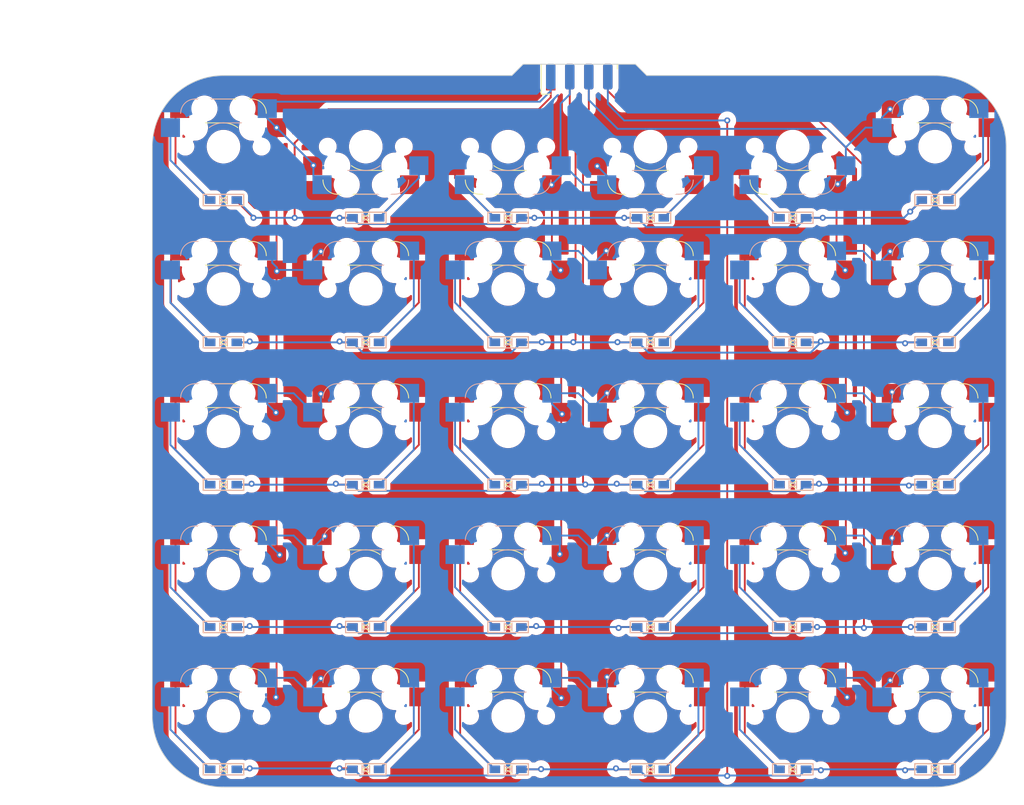
<source format=kicad_pcb>
(kicad_pcb (version 20221018) (generator pcbnew)
  (title_block (title "Pragmatic 60A (Duplex Matrix)") (date "2023-10-05") (rev "2") (company "Pragmatic Inc.") (comment 1 "by James Sa"))
  (layers (0 "F.Cu" signal) (31 "B.Cu" signal) (34 "B.Paste" user) (35 "F.Paste" user) (36 "B.SilkS" user "B.Silkscreen") (37 "F.SilkS" user "F.Silkscreen") (38 "B.Mask" user) (39 "F.Mask" user) (44 "Edge.Cuts" user))
  (net 0 "")
  (net 1 "Row 1")
  (net 2 "Net-(D1-A)")
  (net 3 "Net-(D2-K)")
  (net 4 "Net-(D3-A)")
  (net 5 "Net-(D4-K)")
  (net 6 "Net-(D5-A)")
  (net 7 "Net-(D6-K)")
  (net 8 "Net-(D7-A)")
  (net 9 "Net-(D8-K)")
  (net 10 "Net-(D9-A)")
  (net 11 "Net-(D10-K)")
  (net 12 "Net-(D11-A)")
  (net 13 "Net-(D12-K)")
  (net 14 "Row 2")
  (net 15 "Net-(D13-A)")
  (net 16 "Net-(D14-K)")
  (net 17 "Net-(D15-A)")
  (net 18 "Net-(D16-K)")
  (net 19 "Net-(D17-A)")
  (net 20 "Net-(D18-K)")
  (net 21 "Net-(D19-A)")
  (net 22 "Net-(D20-K)")
  (net 23 "Net-(D21-A)")
  (net 24 "Net-(D22-K)")
  (net 25 "Net-(D23-A)")
  (net 26 "Net-(D24-K)")
  (net 27 "Row 3")
  (net 28 "Net-(D25-A)")
  (net 29 "Net-(D26-K)")
  (net 30 "Net-(D27-A)")
  (net 31 "Net-(D28-K)")
  (net 32 "Net-(D29-A)")
  (net 33 "Net-(D30-K)")
  (net 34 "Net-(D31-A)")
  (net 35 "Net-(D32-K)")
  (net 36 "Net-(D33-A)")
  (net 37 "Net-(D34-K)")
  (net 38 "Net-(D35-A)")
  (net 39 "Net-(D36-K)")
  (net 40 "Row 4")
  (net 41 "Net-(D37-A)")
  (net 42 "Net-(D38-K)")
  (net 43 "Net-(D39-A)")
  (net 44 "Net-(D40-K)")
  (net 45 "Net-(D41-A)")
  (net 46 "Net-(D42-K)")
  (net 47 "Net-(D43-A)")
  (net 48 "Net-(D44-K)")
  (net 49 "Net-(D45-A)")
  (net 50 "Net-(D46-K)")
  (net 51 "Net-(D47-A)")
  (net 52 "Net-(D48-K)")
  (net 53 "Row 5")
  (net 54 "Net-(D49-A)")
  (net 55 "Net-(D50-K)")
  (net 56 "Net-(D51-A)")
  (net 57 "Net-(D52-K)")
  (net 58 "Net-(D53-A)")
  (net 59 "Net-(D54-K)")
  (net 60 "Net-(D55-A)")
  (net 61 "Net-(D56-K)")
  (net 62 "Net-(D57-A)")
  (net 63 "Net-(D58-K)")
  (net 64 "Net-(D59-A)")
  (net 65 "Net-(D60-K)")
  (net 66 "C12")
  (net 67 "C34")
  (net 68 "C56")
  (footprint "Keyboard_JSA:MX_Hotswap Reverse" (layer "F.Cu") (at 47.5 123.5)
    (fp_text reference "SW54" hide)
    (fp_text value "SW_Push_45deg" hide)
  )
  (footprint "Keyboard_JSA:MX_Hotswap" (layer "F.Cu") (at 123.5 104.5)
    (fp_text reference "SW47" hide)
    (fp_text value "SW_Push_45deg" hide)
  )
  (footprint "Keyboard_Foostan:D3_SMD_v2" (layer "F.Cu") (at 142.5 73.625)
    (fp_text reference "D13" hide)
    (fp_text value "1N4448W" hide)
  )
  (footprint "Keyboard_Foostan:D3_SMD_v2" (layer "F.Cu") (at 85.5 92.625)
    (fp_text reference "D28" hide)
    (fp_text value "1N4448W" hide)
  )
  (footprint "Keyboard_JSA:MX_Hotswap Reverse" (layer "F.Cu") (at 104.5 66.5)
    (fp_text reference "SW15" hide)
    (fp_text value "SW_Push_45deg" hide)
  )
  (footprint "Keyboard_JSA:MX_Hotswap" (layer "F.Cu") (at 47.5 104.5)
    (fp_text reference "SW43" hide)
    (fp_text value "SW_Push_45deg" hide)
  )
  (footprint "Keyboard_JSA:MX_Hotswap" (layer "F.Cu") (at 123.5 66.5)
    (fp_text reference "SW23" hide)
    (fp_text value "SW_Push_45deg" hide)
  )
  (footprint "Keyboard_JSA:MX_Hotswap Reverse" (layer "F.Cu") (at 104.5 85.5)
    (fp_text reference "SW27" hide)
    (fp_text value "SW_Push_45deg" hide)
  )
  (footprint "Keyboard_JSA:MX_Hotswap Reverse" (layer "F.Cu") (at 142.5 66.5)
    (fp_text reference "SW13" hide)
    (fp_text value "SW_Push_45deg" hide)
  )
  (footprint "Keyboard_Foostan:D3_SMD_v2" (layer "F.Cu") (at 85.5 57)
    (fp_text reference "D4" hide)
    (fp_text value "1N4448W" hide)
  )
  (footprint "Keyboard_JSA:MX_Hotswap Reverse" (layer "F.Cu") (at 142.5 47.5)
    (fp_text reference "SW1" hide)
    (fp_text value "SW_Push_45deg" hide)
  )
  (footprint "Keyboard_Foostan:D3_SMD_v2" (layer "F.Cu") (at 47.5 130.625)
    (fp_text reference "D54" hide)
    (fp_text value "1N4448W" hide)
  )
  (footprint "Keyboard_JSA:MX_Hotswap Reverse" (layer "F.Cu") (at 47.5 47.5)
    (fp_text reference "SW6" hide)
    (fp_text value "SW_Push_45deg" hide)
  )
  (footprint "Keyboard_Foostan:D3_SMD_v2" (layer "F.Cu") (at 47.5 92.625)
    (fp_text reference "D30" hide)
    (fp_text value "1N4448W" hide)
  )
  (footprint "Keyboard_Foostan:D3_SMD_v2" (layer "F.Cu") (at 142.5 111.625)
    (fp_text reference "D37" hide)
    (fp_text value "1N4448W" hide)
  )
  (footprint "Keyboard_JSA:MX_Hotswap" (layer "F.Cu") (at 142.5 66.5)
    (fp_text reference "SW24" hide)
    (fp_text value "SW_Push_45deg" hide)
  )
  (footprint "Keyboard_JSA:MX_Hotswap" (layer "F.Cu") (at 85.5 47.5 180)
    (fp_text reference "SW9" hide)
    (fp_text value "SW_Push_45deg" hide)
  )
  (footprint "Keyboard_JSA:MX_Hotswap" (layer "F.Cu") (at 104.5 47.5 180)
    (fp_text reference "SW10" hide)
    (fp_text value "SW_Push_45deg" hide)
  )
  (footprint "Keyboard_JSA:MX_Hotswap Reverse" (layer "F.Cu") (at 85.5 123.5)
    (fp_text reference "SW52" hide)
    (fp_text value "SW_Push_45deg" hide)
  )
  (footprint "Keyboard_JSA:MX_Hotswap Reverse" (layer "F.Cu") (at 66.5 85.5)
    (fp_text reference "SW29" hide)
    (fp_text value "SW_Push_45deg" hide)
  )
  (footprint "Keyboard_JSA:MX_Hotswap" (layer "F.Cu") (at 142.5 123.5)
    (fp_text reference "SW60" hide)
    (fp_text value "SW_Push_45deg" hide)
  )
  (footprint "Keyboard_Foostan:D3_SMD_v2" (layer "F.Cu") (at 142.5 92.625)
    (fp_text reference "D25" hide)
    (fp_text value "1N4448W" hide)
  )
  (footprint "Keyboard_JSA:MX_Hotswap" (layer "F.Cu") (at 85.5 85.5)
    (fp_text reference "SW33" hide)
    (fp_text value "SW_Push_45deg" hide)
  )
  (footprint "Keyboard_Foostan:D3_SMD_v2" (layer "F.Cu") (at 66.5 130.625)
    (fp_text reference "D53" hide)
    (fp_text value "1N4448W" hide)
  )
  (footprint "Keyboard_Foostan:D3_SMD_v2" (layer "F.Cu") (at 123.5 57)
    (fp_text reference "D2" hide)
    (fp_text value "1N4448W" hide)
  )
  (footprint "Keyboard_JSA:MX_Hotswap" (layer "F.Cu") (at 104.5 66.5)
    (fp_text reference "SW22" hide)
    (fp_text value "SW_Push_45deg" hide)
  )
  (footprint "Keyboard_JSA:MX_Hotswap Reverse" (layer "F.Cu") (at 66.5 66.5)
    (fp_text reference "SW17" hide)
    (fp_text value "SW_Push_45deg" hide)
  )
  (footprint "Keyboard_JSA:MX_Hotswap" (layer "F.Cu") (at 85.5 123.5)
    (fp_text reference "SW57" hide)
    (fp_text value "SW_Push_45deg" hide)
  )
  (footprint "Keyboard_Foostan:D3_SMD_v2" (layer "F.Cu") (at 123.5 130.625)
    (fp_text reference "D50" hide)
    (fp_text value "1N4448W" hide)
  )
  (footprint "Keyboard_JSA:MX_Hotswap" (layer "F.Cu") (at 47.5 123.5)
    (fp_text reference "SW55" hide)
    (fp_text value "SW_Push_45deg" hide)
  )
  (footprint "Keyboard_JSA:MX_Hotswap Reverse" (layer "F.Cu") (at 66.5 104.5)
    (fp_text reference "SW41" hide)
    (fp_text value "SW_Push_45deg" hide)
  )
  (footprint "Keyboard_JSA:MX_Hotswap Reverse" (layer "F.Cu") (at 85.5 85.5)
    (fp_text reference "SW28" hide)
    (fp_text value "SW_Push_45deg" hide)
  )
  (footprint "Keyboard_JSA:MX_Hotswap Reverse" (layer "F.Cu") (at 104.5 123.5)
    (fp_text reference "SW51" hide)
    (fp_text value "SW_Push_45deg" hide)
  )
  (footprint "Keyboard_JSA:MX_Hotswap" (layer "F.Cu") (at 123.5 47.5 180)
    (fp_text reference "SW11" hide)
    (fp_text value "SW_Push_45deg" hide)
  )
  (footprint "Keyboard_Foostan:D3_SMD_v2" (layer "F.Cu") (at 123.5 92.625)
    (fp_text reference "D26" hide)
    (fp_text value "1N4448W" hide)
  )
  (footprint "Keyboard_JSA:MX_Hotswap Reverse" (layer "F.Cu") (at 123.5 104.5)
    (fp_text reference "SW38" hide)
    (fp_text value "SW_Push_45deg" hide)
  )
  (footprint "Keyboard_JSA:MX_Hotswap" (layer "F.Cu") (at 85.5 66.5)
    (fp_text reference "SW21" hide)
    (fp_text value "SW_Push_45deg" hide)
  )
  (footprint "Keyboard_Foostan:D3_SMD_v2" (layer "F.Cu") (at 142.5 130.625)
    (fp_text reference "D49" hide)
    (fp_text value "1N4448W" hide)
  )
  (footprint "Keyboard_JSA:MX_Hotswap" (layer "F.Cu") (at 85.5 104.5)
    (fp_text reference "SW45" hide)
    (fp_text value "SW_Push_45deg" hide)
  )
  (footprint "Keyboard_JSA:MX_Hotswap" (layer "F.Cu") (at 47.5 66.5)
    (fp_text reference "SW19" hide)
    (fp_text value "SW_Push_45deg" hide)
  )
  (footprint "Keyboard_JSA:MX_Hotswap" (layer "F.Cu") (at 142.5 85.5)
    (fp_text reference "SW36" hide)
    (fp_text value "SW_Push_45deg" hide)
  )
  (footprint "Keyboard_JSA:MX_Hotswap Reverse" (layer "F.Cu") (at 123.5 123.5)
    (fp_text reference "SW50" hide)
    (fp_text value "SW_Push_45deg" hide)
  )
  (footprint "Keyboard_JSA:MX_Hotswap Reverse" (layer "F.Cu") (at 123.5 47.5 180)
    (fp_text reference "SW2" hide)
    (fp_text value "SW_Push_45deg" hide)
  )
  (footprint "Keyboard_JSA:MX_Hotswap" (layer "F.Cu") (at 66.5 66.5)
    (fp_text reference "SW20" hide)
    (fp_text value "SW_Push_45deg" hide)
  )
  (footprint "Keyboard_Foostan:D3_SMD_v2" (layer "F.Cu") (at 47.5 73.625)
    (fp_text reference "D18" hide)
    (fp_text value "1N4448W" hide)
  )
  (footprint "Keyboard_Foostan:D3_SMD_v2" (layer "F.Cu") (at 104.5 57)
    (fp_text reference "D3" hide)
    (fp_text value "1N4448W" hide)
  )
  (footprint "Keyboard_JSA:MX_Hotswap" (layer "F.Cu") (at 104.5 85.5)
    (fp_text reference "SW34" hide)
    (fp_text value "SW_Push_45deg" hide)
  )
  (footprint "Keyboard_JSA:MX_Hotswap" (layer "F.Cu") (at 66.5 104.5)
    (fp_text reference "SW44" hide)
    (fp_text value "SW_Push_45deg" hide)
  )
  (footprint "Keyboard_JSA:MX_Hotswap" (layer "F.Cu") (at 142.5 104.5)
    (fp_text reference "SW48" hide)
    (fp_text value "SW_Push_45deg" hide)
  )
  (footprint "Keyboard_JSA:MX_Hotswap Reverse" (layer "F.Cu") (at 47.5 104.5)
    (fp_text reference "SW42" hide)
    (fp_text value "SW_Push_45deg" hide)
  )
  (footprint "Keyboard_JSA:MX_Hotswap" (layer "F.Cu") (at 104.5 104.5)
    (fp_text reference "SW46" hide)
    (fp_text value "SW_Push_45deg" hide)
  )
  (footprint "Keyboard_Foostan:D3_SMD_v2" (layer "F.Cu") (at 123.5 73.625)
    (fp_text reference "D14" hide)
    (fp_text value "1N4448W" hide)
  )
  (footprint "Keyboard_Foostan:D3_SMD_v2" (layer "F.Cu") (at 47.5 54.625)
    (fp_text reference "D6" hide)
    (fp_text value "1N4448W" hide)
  )
  (footprint "Keyboard_Foostan:D3_SMD_v2" (layer "F.Cu") (at 104.5 73.625)
    (fp_text reference "D15" hide)
    (fp_text value "1N4448W" hide)
  )
  (footprint "Keyboard_Foostan:D3_SMD_v2" (layer "F.Cu") (at 47.5 111.625)
    (fp_text reference "D42" hide)
    (fp_text value "1N4448W" hide)
  )
  (footprint "Keyboard_JSA:MX_Hotswap Reverse" (layer "F.Cu") (at 85.5 66.5)
    (fp_text reference "SW16" hide)
    (fp_text value "SW_Push_45deg" hide)
  )
  (footprint "Keyboard_Foostan:D3_SMD_v2" (layer "F.Cu") (at 123.5 111.625)
    (fp_text reference "D38" hide)
    (fp_text value "1N4448W" hide)
  )
  (footprint "Keyboard_JSA:matrix_connector" (layer "F.Cu") (at 95 36.5 -90)
    (fp_text reference "J1" hide)
    (fp_text value "Conn_02x04_Odd_Even")
    (fp_line (start 0 -7.5) (end 0 7.5) (stroke (width 0.12)) (layer "Edge.Cuts"))
  )
  (footprint "Keyboard_JSA:MX_Hotswap Reverse" (layer "F.Cu") (at 104.5 104.5)
    (fp_text reference "SW39" hide)
    (fp_text value "SW_Push_45deg" hide)
  )
  (footprint "Keyboard_Foostan:D3_SMD_v2" (layer "F.Cu") (at 66.5 111.625)
    (fp_text reference "D41" hide)
    (fp_text value "1N4448W" hide)
  )
  (footprint "Keyboard_JSA:MX_Hotswap" (layer "F.Cu") (at 66.5 47.5 180)
    (fp_text reference "SW8" hide)
    (fp_text value "SW_Push_45deg" hide)
  )
  (footprint "Keyboard_JSA:MX_Hotswap Reverse" (layer "F.Cu") (at 66.5 47.5 180)
    (fp_text reference "SW5" hide)
    (fp_text value "SW_Push_45deg" hide)
  )
  (footprint "Keyboard_Foostan:D3_SMD_v2" (layer "F.Cu") (at 66.5 57)
    (fp_text reference "D5" hide)
    (fp_text value "1N4448W" hide)
  )
  (footprint "Keyboard_JSA:MX_Hotswap" (layer "F.Cu") (at 66.5 85.5)
    (fp_text reference "SW32" hide)
    (fp_text value "SW_Push_45deg" hide)
  )
  (footprint "Keyboard_Foostan:D3_SMD_v2" (layer "F.Cu") (at 66.5 73.625)
    (fp_text reference "D17" hide)
    (fp_text value "1N4448W" hide)
  )
  (footprint "Keyboard_JSA:MX_Hotswap Reverse" (layer "F.Cu") (at 47.5 66.5)
    (fp_text reference "SW18" hide)
    (fp_text value "SW_Push_45deg" hide)
  )
  (footprint "Keyboard_JSA:MX_Hotswap Reverse" (layer "F.Cu") (at 123.5 85.5)
    (fp_text reference "SW26" hide)
    (fp_text value "SW_Push_45deg" hide)
  )
  (footprint "Keyboard_JSA:MX_Hotswap Reverse" (layer "F.Cu") (at 66.5 123.5)
    (fp_text reference "SW53" hide)
    (fp_text value "SW_Push_45deg" hide)
  )
  (footprint "Keyboard_JSA:MX_Hotswap Reverse" (layer "F.Cu") (at 85.5 47.5 180)
    (fp_text reference "SW4" hide)
    (fp_text value "SW_Push_45deg" hide)
  )
  (footprint "Keyboard_Foostan:D3_SMD_v2" (layer "F.Cu") (at 85.5 130.625)
    (fp_text reference "D52" hide)
    (fp_text value "1N4448W" hide)
  )
  (footprint "Keyboard_Foostan:D3_SMD_v2" (layer "F.Cu") (at 104.5 130.625)
    (fp_text reference "D51" hide)
    (fp_text value "1N4448W" hide)
  )
  (footprint "Keyboard_JSA:MX_Hotswap Reverse" (layer "F.Cu") (at 123.5 66.5)
    (fp_text reference "SW14" hide)
    (fp_text value "SW_Push_45deg" hide)
  )
  (footprint "Keyboard_Foostan:D3_SMD_v2" (layer "F.Cu") (at 85.5 111.625)
    (fp_text reference "D40" hide)
    (fp_text value "1N4448W" hide)
  )
  (footprint "Keyboard_JSA:MX_Hotswap Reverse" (layer "F.Cu") (at 142.5 104.5)
    (fp_text reference "SW37" hide)
    (fp_text value "SW_Push_45deg" hide)
  )
  (footprint "Keyboard_Foostan:D3_SMD_v2" (layer "F.Cu") (at 66.5 92.625)
    (fp_text reference "D29" hide)
    (fp_text value "1N4448W" hide)
  )
  (footprint "Keyboard_JSA:MX_Hotswap" (layer "F.Cu") (at 142.5 47.5)
    (fp_text reference "SW12" hide)
    (fp_text value "SW_Push_45deg" hide)
  )
  (footprint "Keyboard_JSA:MX_Hotswap Reverse" (layer "F.Cu") (at 142.5 123.5)
    (fp_text reference "SW49" hide)
    (fp_text value "SW_Push_45deg" hide)
  )
  (footprint "Keyboard_JSA:MX_Hotswap" (layer "F.Cu") (at 47.5 85.5)
    (fp_text reference "SW31" hide)
    (fp_text value "SW_Push_45deg" hide)
  )
  (footprint "Keyboard_Foostan:D3_SMD_v2" (layer "F.Cu") (at 104.5 111.625)
    (fp_text reference "D39" hide)
    (fp_text value "1N4448W" hide)
  )
  (footprint "Keyboard_JSA:MX_Hotswap Reverse" (layer "F.Cu") (at 142.5 85.5)
    (fp_text reference "SW25" hide)
    (fp_text value "SW_Push_45deg" hide)
  )
  (footprint "Keyboard_JSA:MX_Hotswap" (layer "F.Cu") (at 123.5 85.5)
    (fp_text reference "SW35" hide)
    (fp_text value "SW_Push_45deg" hide)
  )
  (footprint "Keyboard_JSA:MX_Hotswap Reverse" (layer "F.Cu") (at 47.5 85.5)
    (fp_text reference "SW30" hide)
    (fp_text value "SW_Push_45deg" hide)
  )
  (footprint "Keyboard_Foostan:D3_SMD_v2" (layer "F.Cu") (at 104.5 92.625)
    (fp_text reference "D27" hide)
    (fp_text value "1N4448W" hide)
  )
  (footprint "Keyboard_JSA:MX_Hotswap" (layer "F.Cu") (at 104.5 123.5)
    (fp_text reference "SW58" hide)
    (fp_text value "SW_Push_45deg" hide)
  )
  (footprint "Keyboard_JSA:MX_Hotswap" (layer "F.Cu") (at 66.5 123.5)
    (fp_text reference "SW56" hide)
    (fp_text value "SW_Push_45deg" hide)
  )
  (footprint "Keyboard_JSA:MX_Hotswap" (layer "F.Cu") (at 47.5 47.5)
    (fp_text reference "SW7" hide)
    (fp_text value "SW_Push_45deg" hide)
  )
  (footprint "Keyboard_JSA:MX_Hotswap Reverse" (layer "F.Cu") (at 104.5 47.5 180)
    (fp_text reference "SW3" hide)
    (fp_text value "SW_Push_45deg" hide)
  )
  (footprint "Keyboard_JSA:MX_Hotswap Reverse" (layer "F.Cu") (at 85.5 104.5)
    (fp_text reference "SW40" hide)
    (fp_text value "SW_Push_45deg" hide)
  )
  (footprint "Keyboard_Foostan:D3_SMD_v2" (layer "F.Cu") (at 85.5 73.625)
    (fp_text reference "D16" hide)
    (fp_text value "1N4448W" hide)
  )
  (footprint "Keyboard_Foostan:D3_SMD_v2" (layer "F.Cu") (at 142.5 54.625)
    (fp_text reference "D1" hide)
    (fp_text value "1N4448W" hide)
  )
  (footprint "Keyboard_JSA:MX_Hotswap" (layer "F.Cu") (at 123.5 123.5)
    (fp_text reference "SW59" hide)
    (fp_text value "SW_Push_45deg" hide)
  )
  (footprint "Keyboard_Foostan:D3_SMD_v2" (layer "B.Cu") (at 66.5 73.625 180)
    (fp_text reference "D20" hide)
    (fp_text value "1N4448W" hide)
  )
  (footprint "Keyboard_Foostan:D3_SMD_v2" (layer "B.Cu") (at 47.5 54.625 180)
    (fp_text reference "D7" hide)
    (fp_text value "1N4448W" hide)
  )
  (footprint "Keyboard_Foostan:D3_SMD_v2" (layer "B.Cu") (at 66.5 57 180)
    (fp_text reference "D8" hide)
    (fp_text value "1N4448W" hide)
  )
  (footprint "Keyboard_Foostan:D3_SMD_v2" (layer "B.Cu") (at 123.5 92.625 180)
    (fp_text reference "D35" hide)
    (fp_text value "1N4448W" hide)
  )
  (footprint "Keyboard_Foostan:D3_SMD_v2" (layer "B.Cu") (at 66.5 92.625 180)
    (fp_text reference "D32" hide)
    (fp_text value "1N4448W" hide)
  )
  (footprint "Keyboard_Foostan:D3_SMD_v2" (layer "B.Cu") (at 104.5 57 180)
    (fp_text reference "D10" hide)
    (fp_text value "1N4448W" hide)
  )
  (footprint "Keyboard_Foostan:D3_SMD_v2" (layer "B.Cu") (at 123.5 57 180)
    (fp_text reference "D11" hide)
    (fp_text value "1N4448W" hide)
  )
  (footprint "Keyboard_Foostan:D3_SMD_v2" (layer "B.Cu") (at 123.5 130.625 180)
    (fp_text reference "D59" hide)
    (fp_text value "1N4448W" hide)
  )
  (footprint "Keyboard_Foostan:D3_SMD_v2" (layer "B.Cu") (at 85.5 111.625 180)
    (fp_text reference "D45" hide)
    (fp_text value "1N4448W" hide)
  )
  (footprint "Keyboard_Foostan:D3_SMD_v2" (layer "B.Cu") (at 142.5 111.625 180)
    (fp_text reference "D48" hide)
    (fp_text value "1N4448W" hide)
  )
  (footprint "Keyboard_Foostan:D3_SMD_v2" (layer "B.Cu") (at 142.5 92.625 180)
    (fp_text reference "D36" hide)
    (fp_text value "1N4448W" hide)
  )
  (footprint "Keyboard_Foostan:D3_SMD_v2" (layer "B.Cu") (at 47.5 111.625 180)
    (fp_text reference "D43" hide)
    (fp_text value "1N4448W" hide)
  )
  (footprint "Keyboard_Foostan:D3_SMD_v2" (layer "B.Cu") (at 142.5 54.625 180)
    (fp_text reference "D12" hide)
    (fp_text value "1N4448W" hide)
  )
  (footprint "Keyboard_Foostan:D3_SMD_v2" (layer "B.Cu") (at 85.5 57 180)
    (fp_text reference "D9" hide)
    (fp_text value "1N4448W" hide)
  )
  (footprint "Keyboard_Foostan:D3_SMD_v2" (layer "B.Cu") (at 47.5 73.625 180)
    (fp_text reference "D19" hide)
    (fp_text value "1N4448W" hide)
  )
  (footprint "Keyboard_Foostan:D3_SMD_v2" (layer "B.Cu") (at 66.5 130.625 180)
    (fp_text reference "D56" hide)
    (fp_text value "1N4448W" hide)
  )
  (footprint "Keyboard_Foostan:D3_SMD_v2" (layer "B.Cu") (at 85.5 73.625 180)
    (fp_text reference "D21" hide)
    (fp_text value "1N4448W" hide)
  )
  (footprint "Keyboard_Foostan:D3_SMD_v2" (layer "B.Cu") (at 47.5 130.625 180)
    (fp_text reference "D55" hide)
    (fp_text value "1N4448W" hide)
  )
  (footprint "Keyboard_Foostan:D3_SMD_v2" (layer "B.Cu") (at 104.5 92.625 180)
    (fp_text reference "D34" hide)
    (fp_text value "1N4448W" hide)
  )
  (footprint "Keyboard_Foostan:D3_SMD_v2" (layer "B.Cu") (at 104.5 111.625 180)
    (fp_text reference "D46" hide)
    (fp_text value "1N4448W" hide)
  )
  (footprint "Keyboard_Foostan:D3_SMD_v2" (layer "B.Cu") (at 47.5 92.625 180)
    (fp_text reference "D31" hide)
    (fp_text value "1N4448W" hide)
  )
  (footprint "Keyboard_Foostan:D3_SMD_v2" (layer "B.Cu") (at 123.5 111.625 180)
    (fp_text reference "D47" hide)
    (fp_text value "1N4448W" hide)
  )
  (footprint "Keyboard_Foostan:D3_SMD_v2" (layer "B.Cu") (at 104.5 130.625 180)
    (fp_text reference "D58" hide)
    (fp_text value "1N4448W" hide)
  )
  (footprint "Keyboard_Foostan:D3_SMD_v2" (layer "B.Cu") (at 85.5 130.625 180)
    (fp_text reference "D57" hide)
    (fp_text value "1N4448W" hide)
  )
  (footprint "Keyboard_Foostan:D3_SMD_v2" (layer "B.Cu") (at 142.5 73.625 180)
    (fp_text reference "D24" hide)
    (fp_text value "1N4448W" hide)
  )
  (footprint "Keyboard_Foostan:D3_SMD_v2" (layer "B.Cu") (at 85.5 92.625 180)
    (fp_text reference "D33" hide)
    (fp_text value "1N4448W" hide)
  )
  (footprint "Keyboard_Foostan:D3_SMD_v2" (layer "B.Cu") (at 66.5 111.625 180)
    (fp_text reference "D44" hide)
    (fp_text value "1N4448W" hide)
  )
  (footprint "Keyboard_Foostan:D3_SMD_v2" (layer "B.Cu") (at 104.5 73.625 180)
    (fp_text reference "D22" hide)
    (fp_text value "1N4448W" hide)
  )
  (footprint "Keyboard_Foostan:D3_SMD_v2" (layer "B.Cu") (at 123.5 73.625 180)
    (fp_text reference "D23" hide)
    (fp_text value "1N4448W" hide)
  )
  (footprint "Keyboard_Foostan:D3_SMD_v2" (layer "B.Cu") (at 142.5 130.625 180)
    (fp_text reference "D60" hide)
    (fp_text value "1N4448W" hide)
  )
  (gr_line (start 38 47.5) (end 38 123.5) (stroke (width 0.1)) (layer "Edge.Cuts"))
  (gr_arc (start 152 123.5) (mid 149.217514 130.217514) (end 142.5 133) (stroke (width 0.1)) (layer "Edge.Cuts"))
  (gr_line (start 87.5 36.5) (end 86 38) (stroke (width 0.1)) (layer "Edge.Cuts"))
  (gr_line (start 152 123.5) (end 152 47.5) (stroke (width 0.1)) (layer "Edge.Cuts"))
  (gr_line (start 47.5 38) (end 86 38) (stroke (width 0.1)) (layer "Edge.Cuts"))
  (gr_line (start 104 38) (end 142.5 38) (stroke (width 0.1)) (layer "Edge.Cuts"))
  (gr_arc (start 142.5 38) (mid 149.217514 40.782486) (end 152 47.5) (stroke (width 0.1)) (layer "Edge.Cuts"))
  (gr_line (start 47.5 133) (end 142.5 133) (stroke (width 0.1)) (layer "Edge.Cuts"))
  (gr_arc (start 47.5 133) (mid 40.782486 130.217514) (end 38 123.5) (stroke (width 0.1)) (layer "Edge.Cuts"))
  (gr_arc (start 38 47.5) (mid 40.782486 40.782486) (end 47.5 38) (stroke (width 0.1)) (layer "Edge.Cuts"))
  (gr_line (start 102.5 36.5) (end 104 38) (stroke (width 0.1)) (layer "Edge.Cuts"))
  (segment (start 125.275 57) (end 127.5 57) (width 0.25) (layer "F.Cu") (net 1))
  (segment (start 49.275 54.775) (end 51.5 57) (width 0.25) (layer "F.Cu") (net 1))
  (segment (start 89.6 42.5) (end 91.19 40.91) (width 0.25) (layer "F.Cu") (net 1))
  (segment (start 140.725 54.625) (end 139.175 56.175) (width 0.25) (layer "F.Cu") (net 1))
  (segment (start 91.19 40.91) (end 91.19 37.403) (width 0.25) (layer "F.Cu") (net 1))
  (segment (start 61.5 42.5) (end 89.6 42.5) (width 0.25) (layer "F.Cu") (net 1))
  (segment (start 57 47) (end 61.5 42.5) (width 0.25) (layer "F.Cu") (net 1))
  (segment (start 87.275 57) (end 89 57) (width 0.25) (layer "F.Cu") (net 1))
  (segment (start 102.725 57) (end 101 57) (width 0.25) (layer "F.Cu") (net 1))
  (segment (start 49.275 54.625) (end 49.275 54.775) (width 0.25) (layer "F.Cu") (net 1))
  (segment (start 64.725 57) (end 63 57) (width 0.25) (layer "F.Cu") (net 1))
  (segment (start 57 57) (end 57 47) (width 0.25) (layer "F.Cu") (net 1))
  (via (at 139.175 56.175) (size 0.8) (drill 0.4) (layers "F.Cu" "B.Cu") (net 1))
  (via (at 57 57) (size 0.8) (drill 0.4) (layers "F.Cu" "B.Cu") (net 1))
  (via (at 51.5 57) (size 0.8) (drill 0.4) (layers "F.Cu" "B.Cu") (net 1))
  (via (at 127.5 57) (size 0.8) (drill 0.4) (layers "F.Cu" "B.Cu") (net 1))
  (via (at 63 57) (size 0.8) (drill 0.4) (layers "F.Cu" "B.Cu") (net 1))
  (via (at 89 57) (size 0.8) (drill 0.4) (layers "F.Cu" "B.Cu") (net 1))
  (via (at 101 57) (size 0.8) (drill 0.4) (layers "F.Cu" "B.Cu") (net 1))
  (segment (start 102.725 57) (end 103.975 58.25) (width 0.25) (layer "B.Cu") (net 1))
  (segment (start 64.725 57) (end 65.55 57.825) (width 0.25) (layer "B.Cu") (net 1))
  (segment (start 86.45 57.825) (end 87.275 57) (width 0.25) (layer "B.Cu") (net 1))
  (segment (start 125.275 57) (end 138.35 57) (width 0.25) (layer "B.Cu") (net 1))
  (segment (start 103.975 58.25) (end 124.025 58.25) (width 0.25) (layer "B.Cu") (net 1))
  (segment (start 51.65 57) (end 64.725 57) (width 0.25) (layer "B.Cu") (net 1))
  (segment (start 87.275 57) (end 102.725 57) (width 0.25) (layer "B.Cu") (net 1))
  (segment (start 138.35 57) (end 139.175 56.175) (width 0.25) (layer "B.Cu") (net 1))
  (segment (start 49.275 54.625) (end 51.65 57) (width 0.25) (layer "B.Cu") (net 1))
  (segment (start 140.725 54.625) (end 139.175 56.175) (width 0.25) (layer "B.Cu") (net 1))
  (segment (start 65.55 57.825) (end 86.45 57.825) (width 0.25) (layer "B.Cu") (net 1))
  (segment (start 124.025 58.25) (end 125.275 57) (width 0.25) (layer "B.Cu") (net 1))
  (segment (start 149.585 44.96) (end 149.585 49.315) (width 0.25) (layer "F.Cu") (net 2))
  (segment (start 149.585 49.315) (end 144.275 54.625) (width 0.25) (layer "F.Cu") (net 2))
  (segment (start 116.415 50.04) (end 116.415 51.69) (width 0.25) (layer "F.Cu") (net 3))
  (segment (start 116.415 51.69) (end 121.725 57) (width 0.25) (layer "F.Cu") (net 3))
  (segment (start 110.342 52.58) (end 110.342 52.933) (width 0.25) (layer "F.Cu") (net 4))
  (segment (start 110.342 52.933) (end 106.275 57) (width 0.25) (layer "F.Cu") (net 4))
  (segment (start 78.415 51.69) (end 83.725 57) (width 0.25) (layer "F.Cu") (net 5))
  (segment (start 78.415 50.04) (end 78.415 51.69) (width 0.25) (layer "F.Cu") (net 5))
  (segment (start 72.342 52.933) (end 68.275 57) (width 0.25) (layer "F.Cu") (net 6))
  (segment (start 72.342 52.58) (end 72.342 52.933) (width 0.25) (layer "F.Cu") (net 6))
  (segment (start 41.658 42.42) (end 41.095 42.983) (width 0.25) (layer "F.Cu") (net 7))
  (segment (start 41.095 49.995) (end 45.725 54.625) (width 0.25) (layer "F.Cu") (net 7))
  (segment (start 41.095 42.983) (end 41.095 49.995) (width 0.25) (layer "F.Cu") (net 7))
  (segment (start 40.415 44.96) (end 40.415 49.315) (width 0.25) (layer "B.Cu") (net 8))
  (segment (start 40.415 49.315) (end 45.725 54.625) (width 0.25) (layer "B.Cu") (net 8))
  (segment (start 73.585 50.04) (end 73.585 51.69) (width 0.25) (layer "B.Cu") (net 9))
  (segment (start 73.585 51.69) (end 68.275 57) (width 0.25) (layer "B.Cu") (net 9))
  (segment (start 79.658 52.933) (end 83.725 57) (width 0.25) (layer "B.Cu") (net 10))
  (segment (start 79.658 52.58) (end 79.658 52.933) (width 0.25) (layer "B.Cu") (net 10))
  (segment (start 111.585 51.69) (end 106.275 57) (width 0.25) (layer "B.Cu") (net 11))
  (segment (start 111.585 50.04) (end 111.585 51.69) (width 0.25) (layer "B.Cu") (net 11))
  (segment (start 117.658 52.933) (end 121.725 57) (width 0.25) (layer "B.Cu") (net 12))
  (segment (start 117.658 52.58) (end 117.658 52.933) (width 0.25) (layer "B.Cu") (net 12))
  (segment (start 148.342 42.42) (end 148.905 42.983) (width 0.25) (layer "B.Cu") (net 13))
  (segment (start 148.905 49.995) (end 144.275 54.625) (width 0.25) (layer "B.Cu") (net 13))
  (segment (start 148.905 42.983) (end 148.905 49.995) (width 0.25) (layer "B.Cu") (net 13))
  (segment (start 102.725 73.625) (end 100.125 73.625) (width 0.25) (layer "F.Cu") (net 14))
  (segment (start 93.73 37.276) (end 93.73 42.48) (width 0.25) (layer "F.Cu") (net 14))
  (segment (start 87.275 73.625) (end 89.975 73.625) (width 0.25) (layer "F.Cu") (net 14))
  (segment (start 63.125 73.625) (end 63 73.5) (width 0.25) (layer "F.Cu") (net 14))
  (segment (start 140.725 73.625) (end 138.625 73.625) (width 0.25) (layer "F.Cu") (net 14))
  (segment (start 125.275 73.625) (end 127.125 73.625) (width 0.25) (layer "F.Cu") (net 14))
  (segment (start 93.73 42.48) (end 94.5 43.25) (width 0.25) (layer "F.Cu") (net 14))
  (segment (start 64.725 73.625) (end 63.125 73.625) (width 0.25) (layer "F.Cu") (net 14))
  (segment (start 100.125 73.625) (end 100.1 73.6) (width 0.25) (layer "F.Cu") (net 14))
  (segment (start 50.875 73.625) (end 51 73.5) (width 0.25) (layer "F.Cu") (net 14))
  (segment (start 127.125 73.625) (end 127.25 73.5) (width 0.25) (layer "F.Cu") (net 14))
  (segment (start 94.5 73.3) (end 94.2 73.6) (width 0.25) (layer "F.Cu") (net 14))
  (segment (start 138.625 73.625) (end 138.5 73.75) (width 0.25) (layer "F.Cu") (net 14))
  (segment (start 89.975 73.625) (end 90 73.6) (width 0.25) (layer "F.Cu") (net 14))
  (segment (start 49.275 73.625) (end 50.875 73.625) (width 0.25) (layer "F.Cu") (net 14))
  (segment (start 94.5 43.25) (end 94.5 73.3) (width 0.25) (layer "F.Cu") (net 14))
  (via (at 63 73.5) (size 0.8) (drill 0.4) (layers "F.Cu" "B.Cu") (net 14))
  (via (at 94.2 73.6) (size 0.8) (drill 0.4) (layers "F.Cu" "B.Cu") (net 14))
  (via (at 127.25 73.5) (size 0.8) (drill 0.4) (layers "F.Cu" "B.Cu") (net 14))
  (via (at 138.5 73.75) (size 0.8) (drill 0.4) (layers "F.Cu" "B.Cu") (net 14))
  (via (at 90 73.6) (size 0.8) (drill 0.4) (layers "F.Cu" "B.Cu") (net 14))
  (via (at 100.1 73.6) (size 0.8) (drill 0.4) (layers "F.Cu" "B.Cu") (net 14))
  (via (at 51 73.5) (size 0.8) (drill 0.4) (layers "F.Cu" "B.Cu") (net 14))
  (segment (start 102.75 73.5) (end 104.25 75) (width 0.25) (layer "B.Cu") (net 14))
  (segment (start 85.9 75) (end 87.275 73.625) (width 0.25) (layer "B.Cu") (net 14))
  (segment (start 102.725 73.5) (end 102.75 73.5) (width 0.25) (layer "B.Cu") (net 14))
  (segment (start 66.1 75) (end 85.9 75) (width 0.25) (layer "B.Cu") (net 14))
  (segment (start 125.275 73.625) (end 140.725 73.625) (width 0.25) (layer "B.Cu") (net 14))
  (segment (start 64.725 73.625) (end 66.1 75) (width 0.25) (layer "B.Cu") (net 14))
  (segment (start 49.275 73.625) (end 64.725 73.625) (width 0.25) (layer "B.Cu") (net 14))
  (segment (start 104.25 75) (end 125.875 75) (width 0.25) (layer "B.Cu") (net 14))
  (segment (start 87.275 73.625) (end 102.725 73.625) (width 0.25) (layer "B.Cu") (net 14))
  (segment (start 125.875 75) (end 127.25 73.625) (width 0.25) (layer "B.Cu") (net 14))
  (segment (start 149.585 63.96) (end 149.585 68.315) (width 0.25) (layer "F.Cu") (net 15))
  (segment (start 149.585 68.315) (end 144.275 73.625) (width 0.25) (layer "F.Cu") (net 15))
  (segment (start 117.095 68.995) (end 121.725 73.625) (width 0.25) (layer "F.Cu") (net 16))
  (segment (start 117.658 61.42) (end 117.095 61.983) (width 0.25) (layer "F.Cu") (net 16))
  (segment (start 117.095 61.983) (end 117.095 68.995) (width 0.25) (layer "F.Cu") (net 16))
  (segment (start 111.585 63.96) (end 111.585 68.315) (width 0.25) (layer "F.Cu") (net 17))
  (segment (start 111.585 68.315) (end 106.275 73.625) (width 0.25) (layer "F.Cu") (net 17))
  (segment (start 79.095 68.995) (end 83.725 73.625) (width 0.25) (layer "F.Cu") (net 18))
  (segment (start 79.658 61.42) (end 79.095 61.983) (width 0.25) (layer "F.Cu") (net 18))
  (segment (start 79.095 61.983) (end 79.095 68.995) (width 0.25) (layer "F.Cu") (net 18))
  (segment (start 73.585 68.315) (end 68.275 73.625) (width 0.25) (layer "F.Cu") (net 19))
  (segment (start 73.585 63.96) (end 73.585 68.315) (width 0.25) (layer "F.Cu") (net 19))
  (segment (start 41.658 61.42) (end 40.5 62.578) (width 0.25) (layer "F.Cu") (net 20))
  (segment (start 40.5 68.4) (end 45.725 73.625) (width 0.25) (layer "F.Cu") (net 20))
  (segment (start 40.5 62.578) (end 40.5 68.4) (width 0.25) (layer "F.Cu") (net 20))
  (segment (start 40.415 63.96) (end 40.415 68.315) (width 0.25) (layer "B.Cu") (net 21))
  (segment (start 40.415 68.315) (end 45.725 73.625) (width 0.25) (layer "B.Cu") (net 21))
  (segment (start 72.905 68.995) (end 68.275 73.625) (width 0.25) (layer "B.Cu") (net 22))
  (segment (start 72.905 61.983) (end 72.905 68.995) (width 0.25) (layer "B.Cu") (net 22))
  (segment (start 83.725 73.625) (end 78.415 68.315) (width 0.25) (layer "B.Cu") (net 23))
  (segment (start 78.415 68.315) (end 78.415 63.96) (width 0.25) (layer "B.Cu") (net 23))
  (segment (start 110.905 61.983) (end 110.905 68.995) (width 0.25) (layer "B.Cu") (net 24))
  (segment (start 110.905 68.995) (end 106.275 73.625) (width 0.25) (layer "B.Cu") (net 24))
  (segment (start 110.342 61.42) (end 110.905 61.983) (width 0.25) (layer "B.Cu") (net 24))
  (segment (start 116.415 63.96) (end 116.415 68.315) (width 0.25) (layer "B.Cu") (net 25))
  (segment (start 116.415 68.315) (end 121.725 73.625) (width 0.25) (layer "B.Cu") (net 25))
  (segment (start 148.342 61.42) (end 148.905 61.983) (width 0.25) (layer "B.Cu") (net 26))
  (segment (start 148.905 61.983) (end 148.905 68.995) (width 0.25) (layer "B.Cu") (net 26))
  (segment (start 148.905 68.995) (end 144.275 73.625) (width 0.25) (layer "B.Cu") (net 26))
  (segment (start 62.625 92.625) (end 62.5 92.5) (width 0.25) (layer "F.Cu") (net 27))
  (segment (start 87.275 92.625) (end 89.875 92.625) (width 0.25) (layer "F.Cu") (net 27))
  (segment (start 125.275 92.625) (end 126.875 92.625) (width 0.25) (layer "F.Cu") (net 27))
  (segment (start 89.875 92.625) (end 90 92.5) (width 0.25) (layer "F.Cu") (net 27))
  (segment (start 95.5 43.3) (end 95.5 92.3) (width 0.25) (layer "F.Cu") (net 27))
  (segment (start 139.125 92.625) (end 139 92.75) (width 0.25) (layer "F.Cu") (net 27))
  (segment (start 96.27 37.276) (end 96.27 42.53) (width 0.25) (layer "F.Cu") (net 27))
  (segment (start 96.27 42.53) (end 95.5 43.3) (width 0.25) (layer "F.Cu") (net 27))
  (segment (start 51.125 92.625) (end 51.25 92.5) (width 0.25) (layer "F.Cu") (net 27))
  (segment (start 49.275 92.625) (end 51.125 92.625) (width 0.25) (layer "F.Cu") (net 27))
  (segment (start 102.725 92.625) (end 100.125 92.625) (width 0.25) (layer "F.Cu") (net 27))
  (segment (start 126.875 92.625) (end 127 92.5) (width 0.25) (layer "F.Cu") (net 27))
  (segment (start 100.125 92.625) (end 100 92.5) (width 0.25) (layer "F.Cu") (net 27))
  (segment (start 95.5 92.3) (end 95.8 92.6) (width 0.25) (layer "F.Cu") (net 27))
  (segment (start 140.725 92.625) (end 139.125 92.625) (width 0.25) (layer "F.Cu") (net 27))
  (segment (start 64.725 92.625) (end 62.625 92.625) (width 0.25) (layer "F.Cu") (net 27))
  (via (at 95.8 92.6) (size 0.8) (drill 0.4) (layers "F.Cu" "B.Cu") (net 27))
  (via (at 139 92.75) (size 0.8) (drill 0.4) (layers "F.Cu" "B.Cu") (net 27))
  (via (at 127 92.5) (size 0.8) (drill 0.4) (layers "F.Cu" "B.Cu") (net 27))
  (via (at 90 92.5) (size 0.8) (drill 0.4) (layers "F.Cu" "B.Cu") (net 27))
  (via (at 62.5 92.5) (size 0.8) (drill 0.4) (layers "F.Cu" "B.Cu") (net 27))
  (via (at 51.25 92.5) (size 0.8) (drill 0.4) (layers "F.Cu" "B.Cu") (net 27))
  (via (at 100 92.5) (size 0.8) (drill 0.4) (layers "F.Cu" "B.Cu") (net 27))
  (segment (start 87.275 92.625) (end 102.725 92.625) (width 0.25) (layer "B.Cu") (net 27))
  (segment (start 65.55 93.45) (end 86.45 93.45) (width 0.25) (layer "B.Cu") (net 27))
  (segment (start 49.275 92.625) (end 64.725 92.625) (width 0.25) (layer "B.Cu") (net 27))
  (segment (start 64.725 92.625) (end 65.55 93.45) (width 0.25) (layer "B.Cu") (net 27))
  (segment (start 102.925 92.625) (end 103.8 93.5) (width 0.25) (layer "B.Cu") (net 27))
  (segment (start 102.725 92.625) (end 102.925 92.625) (width 0.25) (layer "B.Cu") (net 27))
  (segment (start 103.8 93.5) (end 124.4 93.5) (width 0.25) (layer "B.Cu") (net 27))
  (segment (start 86.45 93.45) (end 87.275 92.625) (width 0.25) (layer "B.Cu") (net 27))
  (segment (start 124.4 93.5) (end 125.275 92.625) (width 0.25) (layer "B.Cu") (net 27))
  (segment (start 125.275 92.625) (end 140.725 92.625) (width 0.25) (layer "B.Cu") (net 27))
  (segment (start 149.585 87.315) (end 144.275 92.625) (width 0.25) (layer "F.Cu") (net 28))
  (segment (start 149.585 82.96) (end 149.585 87.315) (width 0.25) (layer "F.Cu") (net 28))
  (segment (start 117.658 80.42) (end 117.095 80.983) (width 0.25) (layer "F.Cu") (net 29))
  (segment (start 117.095 80.983) (end 117.095 87.995) (width 0.25) (layer "F.Cu") (net 29))
  (segment (start 117.095 87.995) (end 121.725 92.625) (width 0.25) (layer "F.Cu") (net 29))
  (segment (start 111.585 87.315) (end 106.275 92.625) (width 0.25) (layer "F.Cu") (net 30))
  (segment (start 111.585 82.96) (end 111.585 87.315) (width 0.25) (layer "F.Cu") (net 30))
  (segment (start 79.095 80.983) (end 79.095 87.995) (width 0.25) (layer "F.Cu") (net 31))
  (segment (start 79.658 80.42) (end 79.095 80.983) (width 0.25) (layer "F.Cu") (net 31))
  (segment (start 79.095 87.995) (end 83.725 92.625) (width 0.25) (layer "F.Cu") (net 31))
  (segment (start 73.585 82.96) (end 73.585 87.315) (width 0.25) (layer "F.Cu") (net 32))
  (segment (start 73.585 87.315) (end 68.275 92.625) (width 0.25) (layer "F.Cu") (net 32))
  (segment (start 41.095 87.995) (end 45.725 92.625) (width 0.25) (layer "F.Cu") (net 33))
  (segment (start 41.095 80.983) (end 41.095 87.995) (width 0.25) (layer "F.Cu") (net 33))
  (segment (start 40.415 87.315) (end 45.725 92.625) (width 0.25) (layer "B.Cu") (net 34))
  (segment (start 40.415 82.96) (end 40.415 87.315) (width 0.25) (layer "B.Cu") (net 34))
  (segment (start 72.342 80.42) (end 72.905 80.983) (width 0.25) (layer "B.Cu") (net 35))
  (segment (start 72.905 80.983) (end 72.905 87.995) (width 0.25) (layer "B.Cu") (net 35))
  (segment (start 72.905 87.995) (end 68.275 92.625) (width 0.25) (layer "B.Cu") (net 35))
  (segment (start 78.415 87.315) (end 83.725 92.625) (width 0.25) (layer "B.Cu") (net 36))
  (segment (start 78.415 82.96) (end 78.415 87.315) (width 0.25) (layer "B.Cu") (net 36))
  (segment (start 110.342 80.42) (end 110.905 80.983) (width 0.25) (layer "B.Cu") (net 37))
  (segment (start 110.905 80.983) (end 110.905 87.995) (width 0.25) (layer "B.Cu") (net 37))
  (segment (start 110.905 87.995) (end 106.275 92.625) (width 0.25) (layer "B.Cu") (net 37))
  (segment (start 116.415 87.315) (end 121.725 92.625) (width 0.25) (layer "B.Cu") (net 38))
  (segment (start 116.415 82.96) (end 116.415 87.315) (width 0.25) (layer "B.Cu") (net 38))
  (segment (start 148.905 80.983) (end 148.905 87.995) (width 0.25) (layer "B.Cu") (net 39))
  (segment (start 148.905 87.995) (end 144.275 92.625) (width 0.25) (layer "B.Cu") (net 39))
  (segment (start 148.342 80.42) (end 148.905 80.983) (width 0.25) (layer "B.Cu") (net 39))
  (segment (start 89.125 111.625) (end 89.25 111.5) (width 0.25) (layer "F.Cu") (net 40))
  (segment (start 87.275 111.625) (end 89.125 111.625) (width 0.25) (layer "F.Cu") (net 40))
  (segment (start 63.125 111.625) (end 63 111.5) (width 0.25) (layer "F.Cu") (net 40))
  (segment (start 140.725 111.625) (end 139.25 111.625) (width 0.25) (layer "F.Cu") (net 40))
  (segment (start 124.953833 42) (end 133 50.046167) (width 0.25) (layer "F.Cu") (net 40))
  (segment (start 102.725 111.625) (end 100.375 111.625) (width 0.25) (layer "F.Cu") (net 40))
  (segment (start 64.725 111.625) (end 63.125 111.625) (width 0.25) (layer "F.Cu") (net 40))
  (segment (start 98.81 40.06) (end 100.75 42) (width 0.25) (layer "F.Cu") (net 40))
  (segment (start 133 50.046167) (end 133 111.75) (width 0.25) (layer "F.Cu") (net 40))
  (segment (start 125.275 111.625) (end 126.75 111.625) (width 0.25) (layer "F.Cu") (net 40))
  (segment (start 49.275 111.625) (end 50.875 111.625) (width 0.25) (layer "F.Cu") (net 40))
  (segment (start 98.81 37.276) (end 98.81 40.06) (width 0.25) (layer "F.Cu") (net 40))
  (segment (start 100.375 111.625) (end 100.25 111.75) (width 0.25) (layer "F.Cu") (net 40))
  (segment (start 50.875 111.625) (end 51 111.5) (width 0.25) (layer "F.Cu") (net 40))
  (segment (start 100.75 42) (end 124.953833 42) (width 0.25) (layer "F.Cu") (net 40))
  (via (at 100.25 111.75) (size 0.8) (drill 0.4) (layers "F.Cu" "B.Cu") (net 40))
  (via (at 126.75 111.625) (size 0.8) (drill 0.4) (layers "F.Cu" "B.Cu") (net 40))
  (via (at 51 111.5) (size 0.8) (drill 0.4) (layers "F.Cu" "B.Cu") (net 40))
  (via (at 89.25 111.5) (size 0.8) (drill 0.4) (layers "F.Cu" "B.Cu") (net 40))
  (via (at 63 111.5) (size 0.8) (drill 0.4) (layers "F.Cu" "B.Cu") (net 40))
  (via (at 133 111.75) (size 0.8) (drill 0.4) (layers "F.Cu" "B.Cu") (net 40))
  (via (at 139.25 111.625) (size 0.8) (drill 0.4) (layers "F.Cu" "B.Cu") (net 40))
  (segment (start 65.55 112.45) (end 86.45 112.45) (width 0.25) (layer "B.Cu") (net 40))
  (segment (start 103.55 112.45) (end 124.45 112.45) (width 0.25) (layer "B.Cu") (net 40))
  (segment (start 49.275 111.625) (end 64.725 111.625) (width 0.25) (layer "B.Cu") (net 40))
  (segment (start 86.45 112.45) (end 87.275 111.625) (width 0.25) (layer "B.Cu") (net 40))
  (segment (start 133.125 111.625) (end 133 111.75) (width 0.25) (layer "B.Cu") (net 40))
  (segment (start 139.25 111.625) (end 133.125 111.625) (width 0.25) (layer "B.Cu") (net 40))
  (segment (start 140.725 111.625) (end 139.25 111.625) (width 0.25) (layer "B.Cu") (net 40))
  (segment (start 87.275 111.625) (end 102.725 111.625) (width 0.25) (layer "B.Cu") (net 40))
  (segment (start 125.275 111.625) (end 126.75 111.625) (width 0.25) (layer "B.Cu") (net 40))
  (segment (start 126.75 111.625) (end 132.875 111.625) (width 0.25) (layer "B.Cu") (net 40))
  (segment (start 64.725 111.625) (end 65.55 112.45) (width 0.25) (layer "B.Cu") (net 40))
  (segment (start 132.875 111.625) (end 133 111.75) (width 0.25) (layer "B.Cu") (net 40))
  (segment (start 124.45 112.45) (end 125.275 111.625) (width 0.25) (layer "B.Cu") (net 40))
  (segment (start 102.725 111.625) (end 103.55 112.45) (width 0.25) (layer "B.Cu") (net 40))
  (segment (start 149.585 106.315) (end 144.275 111.625) (width 0.25) (layer "F.Cu") (net 41))
  (segment (start 149.585 101.96) (end 149.585 106.315) (width 0.25) (layer "F.Cu") (net 41))
  (segment (start 117.658 99.42) (end 117.095 99.983) (width 0.25) (layer "F.Cu") (net 42))
  (segment (start 117.095 106.995) (end 121.725 111.625) (width 0.25) (layer "F.Cu") (net 42))
  (segment (start 117.095 99.983) (end 117.095 106.995) (width 0.25) (layer "F.Cu") (net 42))
  (segment (start 111.585 106.315) (end 106.275 111.625) (width 0.25) (layer "F.Cu") (net 43))
  (segment (start 111.585 101.96) (end 111.585 106.315) (width 0.25) (layer "F.Cu") (net 43))
  (segment (start 79.658 99.42) (end 79.095 99.983) (width 0.25) (layer "F.Cu") (net 44))
  (segment (start 79.095 99.983) (end 79.095 106.995) (width 0.25) (layer "F.Cu") (net 44))
  (segment (start 79.095 106.995) (end 83.725 111.625) (width 0.25) (layer "F.Cu") (net 44))
  (segment (start 73.585 101.96) (end 73.585 106.315) (width 0.25) (layer "F.Cu") (net 45))
  (segment (start 73.585 106.315) (end 68.275 111.625) (width 0.25) (layer "F.Cu") (net 45))
  (segment (start 41.095 99.983) (end 41.095 106.995) (width 0.25) (layer "F.Cu") (net 46))
  (segment (start 41.095 106.995) (end 45.725 111.625) (width 0.25) (layer "F.Cu") (net 46))
  (segment (start 40.415 101.96) (end 40.415 106.315) (width 0.25) (layer "B.Cu") (net 47))
  (segment (start 40.415 106.315) (end 45.725 111.625) (width 0.25) (layer "B.Cu") (net 47))
  (segment (start 72.905 106.995) (end 68.275 111.625) (width 0.25) (layer "B.Cu") (net 48))
  (segment (start 72.342 99.42) (end 72.905 99.983) (width 0.25) (layer "B.Cu") (net 48))
  (segment (start 72.905 99.983) (end 72.905 106.995) (width 0.25) (layer "B.Cu") (net 48))
  (segment (start 78.415 101.96) (end 78.415 106.315) (width 0.25) (layer "B.Cu") (net 49))
  (segment (start 78.415 106.315) (end 83.725 111.625) (width 0.25) (layer "B.Cu") (net 49))
  (segment (start 110.905 99.983) (end 110.905 106.995) (width 0.25) (layer "B.Cu") (net 50))
  (segment (start 110.905 106.995) (end 106.275 111.625) (width 0.25) (layer "B.Cu") (net 50))
  (segment (start 110.342 99.42) (end 110.905 99.983) (width 0.25) (layer "B.Cu") (net 50))
  (segment (start 116.415 106.315) (end 121.725 111.625) (width 0.25) (layer "B.Cu") (net 51))
  (segment (start 116.415 101.96) (end 116.415 106.315) (width 0.25) (layer "B.Cu") (net 51))
  (segment (start 148.905 106.995) (end 144.275 111.625) (width 0.25) (layer "B.Cu") (net 52))
  (segment (start 148.905 99.983) (end 148.905 106.995) (width 0.25) (layer "B.Cu") (net 52))
  (segment (start 148.342 99.42) (end 148.905 99.983) (width 0.25) (layer "B.Cu") (net 52))
  (segment (start 87.275 130.625) (end 89.875 130.625) (width 0.25) (layer "F.Cu") (net 53))
  (segment (start 63 130.5) (end 64.6 130.5) (width 0.25) (layer "F.Cu") (net 53))
  (segment (start 140.725 130.625) (end 138.625 130.625) (width 0.25) (layer "F.Cu") (net 53))
  (segment (start 100.025 130.625) (end 99.9 130.5) (width 0.25) (layer "F.Cu") (net 53))
  (segment (start 125.275 130.625) (end 127.125 130.625) (width 0.25) (layer "F.Cu") (net 53))
  (segment (start 50.875 130.625) (end 51 130.5) (width 0.25) (layer "F.Cu") (net 53))
  (segment (start 89.875 130.625) (end 89.9 130.6) (width 0.25) (layer "F.Cu") (net 53))
  (segment (start 127.125 130.625) (end 127.25 130.75) (width 0.25) (layer "F.Cu") (net 53))
  (segment (start 49.275 130.625) (end 50.875 130.625) (width 0.25) (layer "F.Cu") (net 53))
  (segment (start 102.725 130.625) (end 100.025 130.625) (width 0.25) (layer "F.Cu") (net 53))
  (segment (start 114.75 44) (end 114.75 131.5) (width 0.25) (layer "F.Cu") (net 53))
  (segment (start 138.625 130.625) (end 138.5 130.75) (width 0.25) (layer "F.Cu") (net 53))
  (via (at 114.75 44) (size 0.8) (drill 0.4) (layers "F.Cu" "B.Cu") (net 53))
  (via (at 63 130.5) (size 0.8) (drill 0.4) (layers "F.Cu" "B.Cu") (net 53))
  (via (at 99.9 130.5) (size 0.8) (drill 0.4) (layers "F.Cu" "B.Cu") (net 53))
  (via (at 51 130.5) (size 0.8) (drill 0.4) (layers "F.Cu" "B.Cu") (net 53))
  (via (at 114.75 131.5) (size 0.8) (drill 0.4) (layers "F.Cu" "B.Cu") (net 53))
  (via (at 127.25 130.75) (size 0.8) (drill 0.4) (layers "F.Cu" "B.Cu") (net 53))
  (via (at 138.5 130.75) (size 0.8) (drill 0.4) (layers "F.Cu" "B.Cu") (net 53))
  (via (at 89.9 130.6) (size 0.8) (drill 0.4) (layers "F.Cu" "B.Cu") (net 53))
  (segment (start 101 44) (end 98.81 41.81) (width 0.25) (layer "B.Cu") (net 53))
  (segment (start 103.75 131.45) (end 124.45 131.45) (width 0.25) (layer "B.Cu") (net 53))
  (segment (start 51 130.5) (end 63 130.5) (width 0.25) (layer "B.Cu") (net 53))
  (segment (start 102.725 130.625) (end 102.925 130.625) (width 0.25) (layer "B.Cu") (net 53))
  (segment (start 102.925 130.625) (end 103.75 131.45) (width 0.25) (layer "B.Cu") (net 53))
  (segment (start 64.925 130.625) (end 65.75 131.45) (width 0.25) (layer "B.Cu") (net 53))
  (segment (start 64.725 130.625) (end 64.925 130.625) (width 0.25) (layer "B.Cu") (net 53))
  (segment (start 50.875 130.625) (end 51 130.5) (width 0.25) (layer "B.Cu") (net 53))
  (segment (start 65.75 131.45) (end 86.45 131.45) (width 0.25) (layer "B.Cu") (net 53))
  (segment (start 64.725 130.625) (end 63.125 130.625) (width 0.25) (layer "B.Cu") (net 53))
  (segment (start 125.275 130.625) (end 140.725 130.625) (width 0.25) (layer "B.Cu") (net 53))
  (segment (start 114.75 44) (end 101 44) (width 0.25) (layer "B.Cu") (net 53))
  (segment (start 98.81 41.81) (end 98.81 37.276) (width 0.25) (layer "B.Cu") (net 53))
  (segment (start 63.125 130.625) (end 63 130.5) (width 0.25) (layer "B.Cu") (net 53))
  (segment (start 124.45 131.45) (end 125.275 130.625) (width 0.25) (layer "B.Cu") (net 53))
  (segment (start 87.275 130.625) (end 102.725 130.625) (width 0.25) (layer "B.Cu") (net 53))
  (segment (start 86.45 131.45) (end 87.275 130.625) (width 0.25) (layer "B.Cu") (net 53))
  (segment (start 49.275 130.625) (end 50.875 130.625) (width 0.25) (layer "B.Cu") (net 53))
  (segment (start 149.585 120.96) (end 149.585 125.315) (width 0.25) (layer "F.Cu") (net 54))
  (segment (start 149.585 125.315) (end 144.275 130.625) (width 0.25) (layer "F.Cu") (net 54))
  (segment (start 117.658 118.42) (end 117.095 118.983) (width 0.25) (layer "F.Cu") (net 55))
  (segment (start 117.095 118.983) (end 117.095 125.995) (width 0.25) (layer "F.Cu") (net 55))
  (segment (start 117.095 125.995) (end 121.725 130.625) (width 0.25) (layer "F.Cu") (net 55))
  (segment (start 111.585 125.315) (end 106.275 130.625) (width 0.25) (layer "F.Cu") (net 56))
  (segment (start 111.585 120.96) (end 111.585 125.315) (width 0.25) (layer "F.Cu") (net 56))
  (segment (start 79.095 118.983) (end 79.095 125.995) (width 0.25) (layer "F.Cu") (net 57))
  (segment (start 79.095 125.995) (end 83.725 130.625) (width 0.25) (layer "F.Cu") (net 57))
  (segment (start 79.658 118.42) (end 79.095 118.983) (width 0.25) (layer "F.Cu") (net 57))
  (segment (start 73.585 125.315) (end 68.275 130.625) (width 0.25) (layer "F.Cu") (net 58))
  (segment (start 73.585 120.96) (end 73.585 125.315) (width 0.25) (layer "F.Cu") (net 58))
  (segment (start 41.095 125.995) (end 41.095 118.983) (width 0.25) (layer "F.Cu") (net 59))
  (segment (start 45.725 130.625) (end 41.095 125.995) (width 0.25) (layer "F.Cu") (net 59))
  (segment (start 40.415 120.96) (end 40.415 125.315) (width 0.25) (layer "B.Cu") (net 60))
  (segment (start 40.415 125.315) (end 45.725 130.625) (width 0.25) (layer "B.Cu") (net 60))
  (segment (start 72.905 125.995) (end 68.275 130.625) (width 0.25) (layer "B.Cu") (net 61))
  (segment (start 72.905 118.983) (end 72.905 125.995) (width 0.25) (layer "B.Cu") (net 61))
  (segment (start 72.342 118.42) (end 73.5 119.578) (width 0.25) (layer "B.Cu") (net 61))
  (segment (start 72.342 118.42) (end 72.905 118.983) (width 0.25) (layer "B.Cu") (net 61))
  (segment (start 78.415 120.96) (end 78.415 125.315) (width 0.25) (layer "B.Cu") (net 62))
  (segment (start 78.415 125.315) (end 83.725 130.625) (width 0.25) (layer "B.Cu") (net 62))
  (segment (start 110.342 118.42) (end 110.905 118.983) (width 0.25) (layer "B.Cu") (net 63))
  (segment (start 106.375 130.625) (end 106.275 130.625) (width 0.25) (layer "B.Cu") (net 63))
  (segment (start 110.905 126.095) (end 106.375 130.625) (width 0.25) (layer "B.Cu") (net 63))
  (segment (start 110.905 118.983) (end 110.905 126.095) (width 0.25) (layer "B.Cu") (net 63))
  (segment (start 116.415 120.96) (end 116.415 125.315) (width 0.25) (layer "B.Cu") (net 64))
  (segment (start 116.415 125.315) (end 121.725 130.625) (width 0.25) (layer "B.Cu") (net 64))
  (segment (start 148.905 118.983) (end 148.905 125.995) (width 0.25) (layer "B.Cu") (net 65))
  (segment (start 148.342 118.42) (end 148.905 118.983) (width 0.25) (layer "B.Cu") (net 65))
  (segment (start 148.905 125.995) (end 144.275 130.625) (width 0.25) (layer "B.Cu") (net 65))
  (segment (start 54.585 82.96) (end 54.585 101.96) (width 0.25) (layer "F.Cu") (net 66))
  (segment (start 54.585 101.96) (end 54.585 120.96) (width 0.25) (layer "F.Cu") (net 66))
  (segment (start 54.585 63.96) (end 54.585 82.96) (width 0.25) (layer "F.Cu") (net 66))
  (segment (start 54.585 44.96) (end 54.585 63.96) (width 0.25) (layer "F.Cu") (net 66))
  (via (at 60.5 118.5) (size 0.8) (drill 0.4) (layers "F.Cu" "B.Cu") (net 66))
  (via (at 54.625 64.125) (size 0.8) (drill 0.4) (layers "F.Cu" "B.Cu") (net 66))
  (via (at 54.5 83) (size 0.8) (drill 0.4) (layers "F.Cu" "B.Cu") (net 66))
  (via (at 60.5 80.5) (size 0.8) (drill 0.4) (layers "F.Cu" "B.Cu") (net 66))
  (via (at 55 102) (size 0.8) (drill 0.4) (layers "F.Cu" "B.Cu") (net 66))
  (via (at 61 99.5) (size 0.8) (drill 0.4) (layers "F.Cu" "B.Cu") (net 66))
  (via (at 60.5 61.5) (size 0.8) (drill 0.4) (layers "F.Cu" "B.Cu") (net 66))
  (via (at 59.5 50) (size 0.8) (drill 0.4) (layers "F.Cu" "B.Cu") (net 66))
  (via (at 54.5 121) (size 0.8) (drill 0.4) (layers "F.Cu" "B.Cu") (net 66))
  (via (at 54.584999 44.960001) (size 0.8) (drill 0.4) (layers "F.Cu" "B.Cu") (net 66))
  (segment (start 53.342 80.42) (end 53.342 81.842) (width 0.25) (layer "B.Cu") (net 66))
  (segment (start 53.342 118.42) (end 56.875 118.42) (width 0.25) (layer "B.Cu") (net 66))
  (segment (start 89.75 41.5) (end 91.19 40.06) (width 0.25) (layer "B.Cu") (net 66))
  (segment (start 59.5 49.875002) (end 53.342 43.717002) (width 0.25) (layer "B.Cu") (net 66))
  (segment (start 56.875 99.42) (end 59.415 101.96) (width 0.25) (layer "B.Cu") (net 66))
  (segment (start 53.342 42.42) (end 54.262 41.5) (width 0.25) (layer "B.Cu") (net 66))
  (segment (start 60.658 52.58) (end 59.5 51.422) (width 0.25) (layer "B.Cu") (net 66))
  (segment (start 59.415 63.96) (end 59.415 62.585) (width 0.25) (layer "B.Cu") (net 66))
  (segment (start 54.625 63.625) (end 54.625 64.125) (width 0.25) (layer "B.Cu") (net 66))
  (segment (start 53.342 80.42) (end 56.875 80.42) (width 0.25) (layer "B.Cu") (net 66))
  (segment (start 54.79 63.96) (end 54.625 64.125) (width 0.25) (layer "B.Cu") (net 66))
  (segment (start 53.342 81.842) (end 54.5 83) (width 0.25) (layer "B.Cu") (net 66))
  (segment (start 59.415 120.96) (end 59.415 119.585) (width 0.25) (layer "B.Cu") (net 66))
  (segment (start 60.5 81.875) (end 60.5 80.5) (width 0.25) (layer "B.Cu") (net 66))
  (segment (start 59.415 119.585) (end 60.5 118.5) (width 0.25) (layer "B.Cu") (net 66))
  (segment (start 54 62.078) (end 54 63) (width 0.25) (layer "B.Cu") (net 66))
  (segment (start 53.342 118.42) (end 54.5 119.578) (width 0.25) (layer "B.Cu") (net 66))
  (segment (start 53.342 43.717002) (end 53.342 42.42) (width 0.25) (layer "B.Cu") (net 66))
  (segment (start 56.875 118.42) (end 59.415 120.96) (width 0.25) (layer "B.Cu") (net 66))
  (segment (start 53.342 99.42) (end 56.875 99.42) (width 0.25) (layer "B.Cu") (net 66))
  (segment (start 53.342 100.342) (end 55 102) (width 0.25) (layer "B.Cu") (net 66))
  (segment (start 59.415 62.585) (end 60.5 61.5) (width 0.25) (layer "B.Cu") (net 66))
  (segment (start 56.875 80.42) (end 59.415 82.96) (width 0.25) (layer "B.Cu") (net 66))
  (segment (start 59.415 101.085) (end 61 99.5) (width 0.25) (layer "B.Cu") (net 66))
  (segment (start 54 63) (end 54.625 63.625) (width 0.25) (layer "B.Cu") (net 66))
  (segment (start 91.19 40.06) (end 91.19 37.276) (width 0.25) (layer "B.Cu") (net 66))
  (segment (start 59.415 63.96) (end 54.79 63.96) (width 0.25) (layer "B.Cu") (net 66))
  (segment (start 54.5 119.578) (end 54.5 121) (width 0.25) (layer "B.Cu") (net 66))
  (segment (start 54.262 41.5) (end 89.75 41.5) (width 0.25) (layer "B.Cu") (net 66))
  (segment (start 59.5 51.422) (end 59.5 49.875002) (width 0.25) (layer "B.Cu") (net 66))
  (segment (start 92.585 82.96) (end 92.585 101.96) (width 0.25) (layer "F.Cu") (net 67))
  (segment (start 92.585 63.96) (end 92.585 82.96) (width 0.25) (layer "F.Cu") (net 67))
  (segment (start 91.342 62.717) (end 92.585 63.96) (width 0.25) (layer "F.Cu") (net 67))
  (segment (start 92.585 101.96) (end 92.585 120.96) (width 0.25) (layer "F.Cu") (net 67))
  (segment (start 91.342 52.58) (end 91.342 62.717) (width 0.25) (layer "F.Cu") (net 67))
  (via (at 92.4 101.9) (size 0.8) (drill 0.4) (layers "F.Cu" "B.Cu") (net 67))
  (via (at 97.4 50.1) (size 0.8) (drill 0.4) (layers "F.Cu" "B.Cu") (net 67))
  (via (at 92.5 64) (size 0.8) (drill 0.4) (layers "F.Cu" "B.Cu") (net 67))
  (via (at 98.7 118.3) (size 0.8) (drill 0.4) (layers "F.Cu" "B.Cu") (net 67))
  (via (at 92.6 121.1) (size 0.8) (drill 0.4) (layers "F.Cu" "B.Cu") (net 67))
  (via (at 91.3 52.6) (size 0.8) (drill 0.4) (layers "F.Cu" "B.Cu") (net 67))
  (via (at 98.6 61.4) (size 0.8) (drill 0.4) (layers "F.Cu" "B.Cu") (net 67))
  (via (at 98.7 99.4) (size 0.8) (drill 0.4) (layers "F.Cu" "B.Cu") (net 67))
  (via (at 92.7 83.2) (size 0.8) (drill 0.4) (layers "F.Cu" "B.Cu") (net 67))
  (via (at 98.7 80.4) (size 0.8) (drill 0.4) (layers "F.Cu" "B.Cu") (net 67))
  (segment (start 92.585 50.04) (end 92.585 51.315) (width 0.25) (layer "B.Cu") (net 67))
  (segment (start 93.04 50.04) (end 95.58 52.58) (width 0.25) (layer "B.Cu") (net 67))
  (segment (start 94.875 80.42) (end 97.415 82.96) (width 0.25) (layer "B.Cu") (net 67))
  (segment (start 92.4 100.478) (end 92.4 101.9) (width 0.25) (layer "B.Cu") (net 67))
  (segment (start 97.415 63.96) (end 97.415 62.585) (width 0.25) (layer "B.Cu") (net 67))
  (segment (start 94.875 118.42) (end 97.415 120.96) (width 0.25) (layer "B.Cu") (net 67))
  (segment (start 91.342 99.42) (end 92.4 100.478) (width 0.25) (layer "B.Cu") (net 67))
  (segment (start 94.875 99.42) (end 97.415 101.96) (width 0.25) (layer "B.Cu") (net 67))
  (segment (start 97.415 81.685) (end 98.7 80.4) (width 0.25) (layer "B.Cu") (net 67))
  (segment (start 97.415 120.96) (end 98.7 119.675) (width 0.25) (layer "B.Cu") (net 67))
  (segment (start 92.585 50.04) (end 93.04 50.04) (width 0.25) (layer "B.Cu") (net 67))
  (segment (start 98.658 52.58) (end 98.658 51.358) (width 0.25) (layer "B.Cu") (net 67))
  (segment (start 98.7 119.675) (end 98.7 118.3) (width 0.25) (layer "B.Cu") (net 67))
  (segment (start 91.342 118.42) (end 94.875 118.42) (width 0.25) (layer "B.Cu") (net 67))
  (segment (start 94.875 61.42) (end 97.415 63.96) (width 0.25) (layer "B.Cu") (net 67))
  (segment (start 91.342 62.842) (end 92.5 64) (width 0.25) (layer "B.Cu") (net 67))
  (segment (start 91.342 80.42) (end 91.342 81.842) (width 0.25) (layer "B.Cu") (net 67))
  (segment (start 98.658 51.358) (end 97.4 50.1) (width 0.25) (layer "B.Cu") (net 67))
  (segment (start 92.5 49.955) (end 92.5 41.75) (width 0.25) (layer "B.Cu") (net 67))
  (segment (start 97.415 101.96) (end 97.415 100.685) (width 0.25) (layer "B.Cu") (net 67))
  (segment (start 91.342 118.42) (end 91.342 119.842) (width 0.25) (layer "B.Cu") (net 67))
  (segment (start 91.342 61.42) (end 91.342 62.842) (width 0.25) (layer "B.Cu") (net 67))
  (segment (start 92.585 50.04) (end 92.5 49.955) (width 0.25) (layer "B.Cu") (net 67))
  (segment (start 91.342 81.842) (end 92.7 83.2) (width 0.25) (layer "B.Cu") (net 67))
  (segment (start 91.342 61.42) (end 94.875 61.42) (width 0.25) (layer "B.Cu") (net 67))
  (segment (start 95.58 52.58) (end 98.658 52.58) (width 0.25) (layer "B.Cu") (net 67))
  (segment (start 93.73 40.52) (end 93.73 37.276) (width 0.25) (layer "B.Cu") (net 67))
  (segment (start 97.415 100.685) (end 98.7 99.4) (width 0.25) (layer "B.Cu") (net 67))
  (segment (start 91.342 80.42) (end 94.875 80.42) (width 0.25) (layer "B.Cu") (net 67))
  (segment (start 97.415 62.585) (end 98.6 61.4) (width 0.25) (layer "B.Cu") (net 67))
  (segment (start 92.5 41.75) (end 93.73 40.52) (width 0.25) (layer "B.Cu") (net 67))
  (segment (start 92.585 51.315) (end 91.3 52.6) (width 0.25) (layer "B.Cu") (net 67))
  (segment (start 91.342 119.842) (end 92.6 121.1) (width 0.25) (layer "B.Cu") (net 67))
  (segment (start 97.415 82.96) (end 97.415 81.685) (width 0.25) (layer "B.Cu") (net 67))
  (segment (start 91.342 99.42) (end 94.875 99.42) (width 0.25) (layer "B.Cu") (net 67))
  (segment (start 129.342 62.717) (end 130.585 63.96) (width 0.25) (layer "F.Cu") (net 68))
  (segment (start 130.585 101.96) (end 130.585 120.96) (width 0.25) (layer "F.Cu") (net 68))
  (segment (start 130.585 63.96) (end 130.585 82.96) (width 0.25) (layer "F.Cu") (net 68))
  (segment (start 130.585 82.96) (end 130.585 101.96) (width 0.25) (layer "F.Cu") (net 68))
  (segment (start 129.342 52.58) (end 129.342 62.717) (width 0.25) (layer "F.Cu") (net 68))
  (via (at 136.5 42.5) (size 0.8) (drill 0.4) (layers "F.Cu" "B.Cu") (net 68))
  (via (at 136.75 99.75) (size 0.8) (drill 0.4) (layers "F.Cu" "B.Cu") (net 68))
  (via (at 130.5 101.75) (size 0.8) (drill 0.4) (layers "F.Cu" "B.Cu") (net 68))
  (via (at 136.5 118.75) (size 0.8) (drill 0.4) (layers "F.Cu" "B.Cu") (net 68))
  (via (at 130.75 83) (size 0.8) (drill 0.4) (layers "F.Cu" "B.Cu") (net 68))
  (via (at 130.75 121) (size 0.8) (drill 0.4) (layers "F.Cu" "B.Cu") (net 68))
  (via (at 130.5 64) (size 0.8) (drill 0.4) (layers "F.Cu" "B.Cu") (net 68))
  (via (at 136.5 61.5) (size 0.8) (drill 0.4) (layers "F.Cu" "B.Cu") (net 68))
  (via (at 136.75 80.25) (size 0.8) (drill 0.4) (layers "F.Cu" "B.Cu") (net 68))
  (via (at 129.5 52.5) (size 0.8) (drill 0.4) (layers "F.Cu" "B.Cu") (net 68))
  (segment (start 129.342 119.592) (end 130.75 121) (width 0.25) (layer "B.Cu") (net 68))
  (segment (start 129.342 100.592) (end 130.5 101.75) (width 0.25) (layer "B.Cu") (net 68))
  (segment (start 129.342 99.42) (end 129.342 100.592) (width 0.25) (layer "B.Cu") (net 68))
  (segment (start 129.342 99.42) (end 132.875 99.42) (width 0.25) (layer "B.Cu") (net 68))
  (segment (start 135.415 101.96) (end 136.75 100.625) (width 0.25) (layer "B.Cu") (net 68))
  (segment (start 135.415 120.96) (end 135.415 119.835) (width 0.25) (layer "B.Cu") (net 68))
  (segment (start 128.125 45.125) (end 130.585 47.585) (width 0.25) (layer "B.Cu") (net 68))
  (segment (start 100.125 45.125) (end 128.125 45.125) (width 0.25) (layer "B.Cu") (net 68))
  (segment (start 132.875 99.42) (end 135.415 101.96) (width 0.25) (layer "B.Cu") (net 68))
  (segment (start 129.342 80.42) (end 129.342 81.592) (width 0.25) (layer "B.Cu") (net 68))
  (segment (start 129.342 80.42) (end 132.875 80.42) (width 0.25) (layer "B.Cu") (net 68))
  (segment (start 135.415 63.96) (end 135.415 62.585) (width 0.25) (layer "B.Cu") (net 68))
  (segment (start 129.342 118.42) (end 132.875 118.42) (width 0.25) (layer "B.Cu") (net 68))
  (segment (start 130.585 50.04) (end 130.585 47.585) (width 0.25) (layer "B.Cu") (net 68))
  (segment (start 129.342 118.42) (end 129.342 119.592) (width 0.25) (layer "B.Cu") (net 68))
  (segment (start 135.415 82.96) (end 136.75 81.625) (width 0.25) (layer "B.Cu") (net 68))
  (segment (start 135.415 119.835) (end 136.5 118.75) (width 0.25) (layer "B.Cu") (net 68))
  (segment (start 132.875 80.42) (end 135.415 82.96) (width 0.25) (layer "B.Cu") (net 68))
  (segment (start 132.875 118.42) (end 135.415 120.96) (width 0.25) (layer "B.Cu") (net 68))
  (segment (start 135.415 62.585) (end 136.5 61.5) (width 0.25) (layer "B.Cu") (net 68))
  (segment (start 96.27 37.276) (end 96.27 41.27) (width 0.25) (layer "B.Cu") (net 68))
  (segment (start 129.342 61.42) (end 129.342 62.842) (width 0.25) (layer "B.Cu") (net 68))
  (segment (start 130.585 50.04) (end 130.585 51.415) (width 0.25) (layer "B.Cu") (net 68))
  (segment (start 132.875 61.42) (end 135.415 63.96) (width 0.25) (layer "B.Cu") (net 68))
  (segment (start 129.342 61.42) (end 132.875 61.42) (width 0.25) (layer "B.Cu") (net 68))
  (segment (start 135.415 43.585) (end 136.5 42.5) (width 0.25) (layer "B.Cu") (net 68))
  (segment (start 136.75 81.625) (end 136.75 80.25) (width 0.25) (layer "B.Cu") (net 68))
  (segment (start 129.342 81.592) (end 130.75 83) (width 0.25) (layer "B.Cu") (net 68))
  (segment (start 129.342 62.842) (end 130.5 64) (width 0.25) (layer "B.Cu") (net 68))
  (segment (start 135.415 44.96) (end 135.415 43.585) (width 0.25) (layer "B.Cu") (net 68))
  (segment (start 133.21 44.96) (end 135.415 44.96) (width 0.25) (layer "B.Cu") (net 68))
  (segment (start 136.75 100.625) (end 136.75 99.75) (width 0.25) (layer "B.Cu") (net 68))
  (segment (start 130.585 51.415) (end 129.5 52.5) (width 0.25) (layer "B.Cu") (net 68))
  (segment (start 130.585 47.585) (end 133.21 44.96) (width 0.25) (layer "B.Cu") (net 68))
  (segment (start 96.27 41.27) (end 100.125 45.125) (width 0.25) (layer "B.Cu") (net 68))
  (zone (net 0) (net_name "") (layers "F&B.Cu") (connect_pads (clearance 0.8)) (min_thickness 0.25) (fill yes (thermal_gap 0.5) (thermal_bridge_width 0.5) (island_removal_mode 1) (island_area_min 10))
    (polygon (pts (xy 35.625 35.625) (xy 154.375 35.625) (xy 154.375 135.375) (xy 35.625 135.375)))
  )
)
</source>
